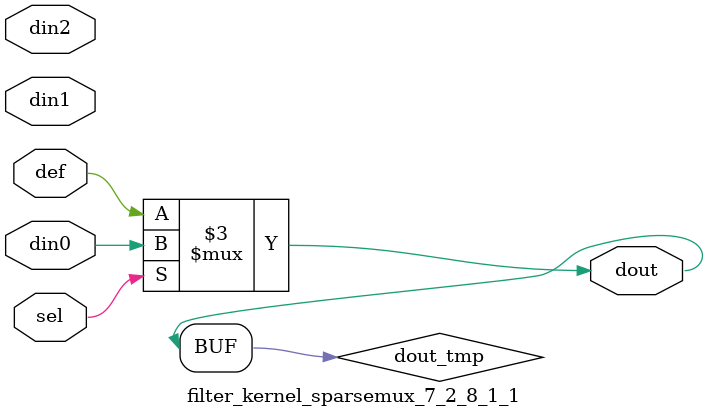
<source format=v>
`timescale 1ns / 1ps

module filter_kernel_sparsemux_7_2_8_1_1 (din0,din1,din2,def,sel,dout);

parameter din0_WIDTH = 1;

parameter din1_WIDTH = 1;

parameter din2_WIDTH = 1;

parameter def_WIDTH = 1;
parameter sel_WIDTH = 1;
parameter dout_WIDTH = 1;

parameter [sel_WIDTH-1:0] CASE0 = 1;

parameter [sel_WIDTH-1:0] CASE1 = 1;

parameter [sel_WIDTH-1:0] CASE2 = 1;

parameter ID = 1;
parameter NUM_STAGE = 1;



input [din0_WIDTH-1:0] din0;

input [din1_WIDTH-1:0] din1;

input [din2_WIDTH-1:0] din2;

input [def_WIDTH-1:0] def;
input [sel_WIDTH-1:0] sel;

output [dout_WIDTH-1:0] dout;



reg [dout_WIDTH-1:0] dout_tmp;


always @ (*) begin
(* parallel_case *) case (sel)
    
    CASE0 : dout_tmp = din0;
    
    CASE1 : dout_tmp = din1;
    
    CASE2 : dout_tmp = din2;
    
    default : dout_tmp = def;
endcase
end


assign dout = dout_tmp;



endmodule

</source>
